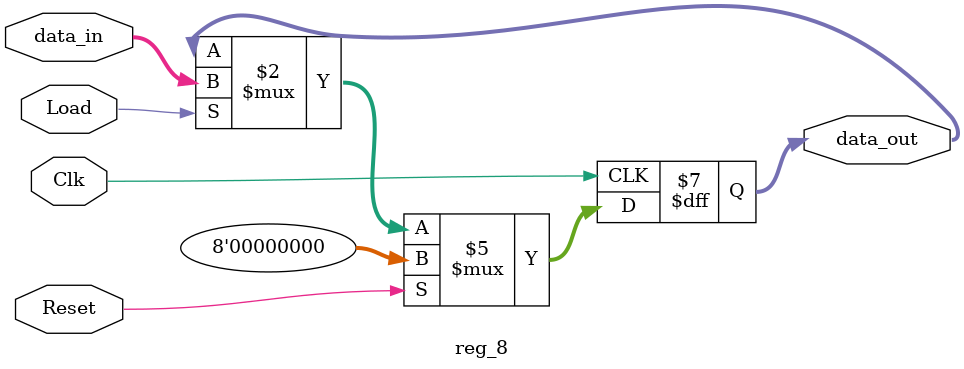
<source format=sv>
module reg_32 ( input  logic Clk,
                             Reset,
							 Load,
			    input  logic [31:0] data_in,
			    output logic [31:0] data_out);

always_ff @ (posedge Clk)
begin
	if (Reset)
		data_out <= 32'h00000000;
   else if (Load)
		data_out <= data_in;
end

endmodule


module reg_16 ( input  logic Clk,
                             Reset,
							 Load,
			    input  logic [15:0] data_in,
			    output logic [15:0] data_out);

always_ff @ (posedge Clk)
begin
	if (Reset)
		data_out <= 16'h0000;
   else if (Load)
		data_out <= data_in;
end

endmodule


module reg_8 ( input  logic Clk,
                             Reset,
							 Load,
			    input  logic [7:0] data_in,
			    output logic [7:0] data_out);

always_ff @ (posedge Clk)
begin
	if (Reset)
		data_out <= 8'h00;
   else if (Load)
		data_out <= data_in;
end

endmodule
</source>
